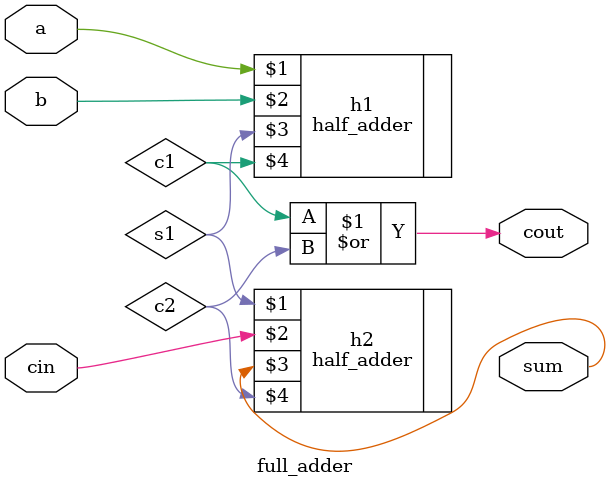
<source format=v>

`timescale 1ps / 1ps


module full_adder ( a ,b ,cin ,sum ,cout );

input a;
wire a;
input b;
wire b;
input cin;
wire cin;
output sum;
wire sum;
output cout;
wire cout;
wire s1,c1,c2;

//}} End of automatically maintained section

half_adder h1( a ,b ,s1 ,c1 );
half_adder h2( s1 ,cin ,sum ,c2 );
assign cout = c1 | c2;

endmodule

</source>
